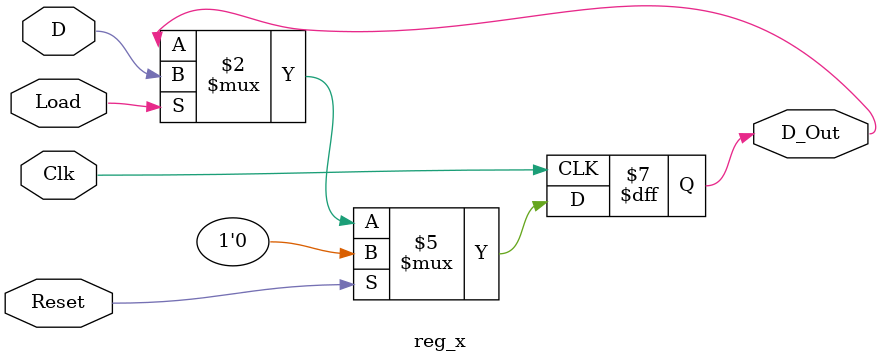
<source format=sv>


module reg_x(
	input  logic 		  Clk, 
	input  logic 		  Reset, 
	input  logic 		  Load, 
	input  logic          D,

	output logic     	  D_Out
    );
	always_ff @(posedge Clk)
	begin
	 	 if (Reset) //notice, this is a sycnrhonous reset, which is recommended on the FPGA
			D_Out <= 1'b0;
		 else if (Load)
			D_Out <= D;
    end
endmodule

</source>
